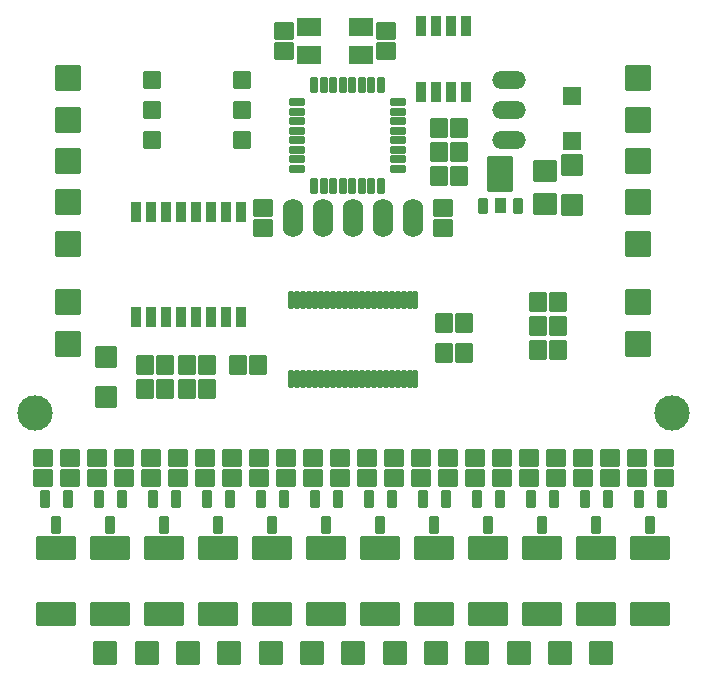
<source format=gbr>
%TF.GenerationSoftware,KiCad,Pcbnew,(6.0.10)*%
%TF.CreationDate,2023-01-23T12:48:01+01:00*%
%TF.ProjectId,BMS12v3,424d5331-3276-4332-9e6b-696361645f70,rev?*%
%TF.SameCoordinates,Original*%
%TF.FileFunction,Soldermask,Top*%
%TF.FilePolarity,Negative*%
%FSLAX46Y46*%
G04 Gerber Fmt 4.6, Leading zero omitted, Abs format (unit mm)*
G04 Created by KiCad (PCBNEW (6.0.10)) date 2023-01-23 12:48:01*
%MOMM*%
%LPD*%
G01*
G04 APERTURE LIST*
G04 Aperture macros list*
%AMRoundRect*
0 Rectangle with rounded corners*
0 $1 Rounding radius*
0 $2 $3 $4 $5 $6 $7 $8 $9 X,Y pos of 4 corners*
0 Add a 4 corners polygon primitive as box body*
4,1,4,$2,$3,$4,$5,$6,$7,$8,$9,$2,$3,0*
0 Add four circle primitives for the rounded corners*
1,1,$1+$1,$2,$3*
1,1,$1+$1,$4,$5*
1,1,$1+$1,$6,$7*
1,1,$1+$1,$8,$9*
0 Add four rect primitives between the rounded corners*
20,1,$1+$1,$2,$3,$4,$5,0*
20,1,$1+$1,$4,$5,$6,$7,0*
20,1,$1+$1,$6,$7,$8,$9,0*
20,1,$1+$1,$8,$9,$2,$3,0*%
G04 Aperture macros list end*
%ADD10RoundRect,0.101600X0.750000X-0.650000X0.750000X0.650000X-0.750000X0.650000X-0.750000X-0.650000X0*%
%ADD11RoundRect,0.101600X0.317500X-0.635000X0.317500X0.635000X-0.317500X0.635000X-0.317500X-0.635000X0*%
%ADD12RoundRect,0.101600X1.600000X-0.900000X1.600000X0.900000X-1.600000X0.900000X-1.600000X-0.900000X0*%
%ADD13RoundRect,0.101600X-0.650000X-0.750000X0.650000X-0.750000X0.650000X0.750000X-0.650000X0.750000X0*%
%ADD14O,1.727200X3.251200*%
%ADD15C,3.000000*%
%ADD16O,2.844800X1.524000*%
%ADD17RoundRect,0.101600X-0.350000X-0.550000X0.350000X-0.550000X0.350000X0.550000X-0.350000X0.550000X0*%
%ADD18RoundRect,0.101600X-1.000000X-1.400000X1.000000X-1.400000X1.000000X1.400000X-1.000000X1.400000X0*%
%ADD19RoundRect,0.101600X0.650000X0.750000X-0.650000X0.750000X-0.650000X-0.750000X0.650000X-0.750000X0*%
%ADD20RoundRect,0.101600X0.600000X0.200000X-0.600000X0.200000X-0.600000X-0.200000X0.600000X-0.200000X0*%
%ADD21RoundRect,0.101600X-0.200000X0.600000X-0.200000X-0.600000X0.200000X-0.600000X0.200000X0.600000X0*%
%ADD22RoundRect,0.101600X-0.355600X0.762000X-0.355600X-0.762000X0.355600X-0.762000X0.355600X0.762000X0*%
%ADD23RoundRect,0.101600X0.975000X-0.975000X0.975000X0.975000X-0.975000X0.975000X-0.975000X-0.975000X0*%
%ADD24RoundRect,0.101600X-0.654000X-0.654000X0.654000X-0.654000X0.654000X0.654000X-0.654000X0.654000X0*%
%ADD25RoundRect,0.101600X0.355600X-0.762000X0.355600X0.762000X-0.355600X0.762000X-0.355600X-0.762000X0*%
%ADD26RoundRect,0.101600X-0.800000X0.800000X-0.800000X-0.800000X0.800000X-0.800000X0.800000X0.800000X0*%
%ADD27RoundRect,0.101600X0.700000X-0.700000X0.700000X0.700000X-0.700000X0.700000X-0.700000X-0.700000X0*%
%ADD28RoundRect,0.101600X0.125000X-0.625000X0.125000X0.625000X-0.125000X0.625000X-0.125000X-0.625000X0*%
%ADD29RoundRect,0.101600X-0.125000X0.625000X-0.125000X-0.625000X0.125000X-0.625000X0.125000X0.625000X0*%
%ADD30RoundRect,0.101600X-0.950000X-0.700000X0.950000X-0.700000X0.950000X0.700000X-0.950000X0.700000X0*%
%ADD31RoundRect,0.101600X-0.750000X0.650000X-0.750000X-0.650000X0.750000X-0.650000X0.750000X0.650000X0*%
%ADD32RoundRect,0.101600X-0.975000X0.975000X-0.975000X-0.975000X0.975000X-0.975000X0.975000X0.975000X0*%
%ADD33RoundRect,0.101600X0.900000X-0.800000X0.900000X0.800000X-0.900000X0.800000X-0.900000X-0.800000X0*%
%ADD34RoundRect,0.101600X-0.900000X-0.900000X0.900000X-0.900000X0.900000X0.900000X-0.900000X0.900000X0*%
G04 APERTURE END LIST*
%TO.C,IC2*%
G36*
X161397100Y-94449600D02*
G01*
X160497100Y-94449600D01*
X160497100Y-93149600D01*
X161397100Y-93149600D01*
X161397100Y-94449600D01*
G37*
%TD*%
D10*
%TO.C,R5*%
X135928100Y-116902600D03*
X135928100Y-115202600D03*
%TD*%
D11*
%TO.C,U$11*%
X151787100Y-118635600D03*
X149787100Y-118635600D03*
X150787100Y-120835600D03*
%TD*%
D10*
%TO.C,R9*%
X145072100Y-116902600D03*
X145072100Y-115202600D03*
%TD*%
D12*
%TO.C,R35*%
X155359100Y-128377600D03*
X155359100Y-122777600D03*
%TD*%
D13*
%TO.C,R14*%
X155779100Y-87223600D03*
X157479100Y-87223600D03*
%TD*%
D14*
%TO.C,PROG1*%
X143421100Y-94843600D03*
X145961100Y-94843600D03*
X148501100Y-94843600D03*
X151041100Y-94843600D03*
X153581100Y-94843600D03*
%TD*%
D15*
%TO.C,@HOLE0*%
X121500900Y-111353600D03*
%TD*%
D16*
%TO.C,LD1*%
X161709100Y-88239600D03*
X161709100Y-83159600D03*
X161709100Y-85699600D03*
%TD*%
D17*
%TO.C,IC2*%
X162447100Y-93799600D03*
X159447100Y-93799600D03*
D18*
X160947100Y-91149600D03*
%TD*%
D10*
%TO.C,R4*%
X131356100Y-116902600D03*
X131356100Y-115202600D03*
%TD*%
D13*
%TO.C,C14*%
X156160100Y-103733600D03*
X157860100Y-103733600D03*
%TD*%
D19*
%TO.C,R41*%
X132587100Y-107289600D03*
X130887100Y-107289600D03*
%TD*%
D11*
%TO.C,U$13*%
X160931100Y-118635600D03*
X158931100Y-118635600D03*
X159931100Y-120835600D03*
%TD*%
D12*
%TO.C,R31*%
X137071100Y-128377600D03*
X137071100Y-122777600D03*
%TD*%
D10*
%TO.C,R24*%
X165646100Y-116902600D03*
X165646100Y-115202600D03*
%TD*%
D12*
%TO.C,R30*%
X132499100Y-128377600D03*
X132499100Y-122777600D03*
%TD*%
D11*
%TO.C,U$9*%
X142643100Y-118635600D03*
X140643100Y-118635600D03*
X141643100Y-120835600D03*
%TD*%
D19*
%TO.C,R40*%
X165861100Y-103987600D03*
X164161100Y-103987600D03*
%TD*%
D13*
%TO.C,R15*%
X134443100Y-107289600D03*
X136143100Y-107289600D03*
%TD*%
D11*
%TO.C,U$17*%
X174647100Y-118635600D03*
X172647100Y-118635600D03*
X173647100Y-120835600D03*
%TD*%
D10*
%TO.C,C5*%
X142659100Y-80707600D03*
X142659100Y-79007600D03*
%TD*%
%TO.C,R1*%
X126784100Y-116902600D03*
X126784100Y-115202600D03*
%TD*%
%TO.C,R8*%
X142786100Y-116902600D03*
X142786100Y-115202600D03*
%TD*%
D20*
%TO.C,U$3*%
X152293100Y-90658600D03*
X152293100Y-89858600D03*
X152293100Y-89058600D03*
X152293100Y-88258600D03*
X152293100Y-87458600D03*
X152293100Y-86658600D03*
X152293100Y-85858600D03*
X152293100Y-85058600D03*
D21*
X150793100Y-83558600D03*
X149993100Y-83558600D03*
X149193100Y-83558600D03*
X148393100Y-83558600D03*
X147593100Y-83558600D03*
X146793100Y-83558600D03*
X145993100Y-83558600D03*
X145193100Y-83558600D03*
D20*
X143693100Y-85058600D03*
X143693100Y-85858600D03*
X143693100Y-86658600D03*
X143693100Y-87458600D03*
X143693100Y-88258600D03*
X143693100Y-89058600D03*
X143693100Y-89858600D03*
X143693100Y-90658600D03*
D21*
X145193100Y-92158600D03*
X145993100Y-92158600D03*
X146793100Y-92158600D03*
X147593100Y-92158600D03*
X148393100Y-92158600D03*
X149193100Y-92158600D03*
X149993100Y-92158600D03*
X150793100Y-92158600D03*
%TD*%
D12*
%TO.C,R17*%
X123355100Y-128377600D03*
X123355100Y-122777600D03*
%TD*%
D19*
%TO.C,R29*%
X157479100Y-89255600D03*
X155779100Y-89255600D03*
%TD*%
D11*
%TO.C,U$5*%
X128927100Y-118635600D03*
X126927100Y-118635600D03*
X127927100Y-120835600D03*
%TD*%
D10*
%TO.C,R28*%
X174790100Y-116902600D03*
X174790100Y-115202600D03*
%TD*%
D22*
%TO.C,U$14*%
X138976100Y-94335600D03*
X137706100Y-94335600D03*
X136436100Y-94335600D03*
X135166100Y-94335600D03*
X133896100Y-94335600D03*
X132626100Y-94335600D03*
X131356100Y-94335600D03*
X130086100Y-94335600D03*
X130086100Y-103225600D03*
X131356100Y-103225600D03*
X132626100Y-103225600D03*
X133896100Y-103225600D03*
X135166100Y-103225600D03*
X136436100Y-103225600D03*
X137706100Y-103225600D03*
X138976100Y-103225600D03*
%TD*%
D12*
%TO.C,R36*%
X159931100Y-128377600D03*
X159931100Y-122777600D03*
%TD*%
D23*
%TO.C,U$2*%
X124371100Y-97017600D03*
X124371100Y-93517600D03*
X124371100Y-90017600D03*
X124371100Y-86517600D03*
X124371100Y-83017600D03*
%TD*%
D19*
%TO.C,C13*%
X136143100Y-109321600D03*
X134443100Y-109321600D03*
%TD*%
%TO.C,R52*%
X140461100Y-107289600D03*
X138761100Y-107289600D03*
%TD*%
D11*
%TO.C,U$12*%
X156359100Y-118635600D03*
X154359100Y-118635600D03*
X155359100Y-120835600D03*
%TD*%
%TO.C,U$10*%
X147215100Y-118635600D03*
X145215100Y-118635600D03*
X146215100Y-120835600D03*
%TD*%
%TO.C,U$16*%
X170075100Y-118635600D03*
X168075100Y-118635600D03*
X169075100Y-120835600D03*
%TD*%
D10*
%TO.C,R2*%
X129070100Y-116902600D03*
X129070100Y-115202600D03*
%TD*%
D12*
%TO.C,R33*%
X146215100Y-128377600D03*
X146215100Y-122777600D03*
%TD*%
D10*
%TO.C,R6*%
X138214100Y-116902600D03*
X138214100Y-115202600D03*
%TD*%
%TO.C,R26*%
X170218100Y-116902600D03*
X170218100Y-115202600D03*
%TD*%
%TO.C,R11*%
X149644100Y-116902600D03*
X149644100Y-115202600D03*
%TD*%
D24*
%TO.C,U$31*%
X131483100Y-83159600D03*
X139103100Y-88239600D03*
X131483100Y-88239600D03*
X139103100Y-83159600D03*
X131483100Y-85699600D03*
X139103100Y-85699600D03*
%TD*%
D10*
%TO.C,C1*%
X140881100Y-95693600D03*
X140881100Y-93993600D03*
%TD*%
D25*
%TO.C,SN65*%
X154216100Y-84175600D03*
X155486100Y-84175600D03*
X156756100Y-84175600D03*
X158026100Y-84175600D03*
X158026100Y-78587600D03*
X156756100Y-78587600D03*
X155486100Y-78587600D03*
X154216100Y-78587600D03*
%TD*%
D10*
%TO.C,R20*%
X133642100Y-116902600D03*
X133642100Y-115202600D03*
%TD*%
D15*
%TO.C,@HOLE1*%
X175501300Y-111353600D03*
%TD*%
D11*
%TO.C,U$7*%
X133499100Y-118635600D03*
X131499100Y-118635600D03*
X132499100Y-120835600D03*
%TD*%
D10*
%TO.C,R23*%
X163360100Y-116902600D03*
X163360100Y-115202600D03*
%TD*%
D12*
%TO.C,R37*%
X164503100Y-128377600D03*
X164503100Y-122777600D03*
%TD*%
D11*
%TO.C,U$4*%
X124355100Y-118635600D03*
X122355100Y-118635600D03*
X123355100Y-120835600D03*
%TD*%
D12*
%TO.C,R32*%
X141643100Y-128377600D03*
X141643100Y-122777600D03*
%TD*%
D13*
%TO.C,C18*%
X156160100Y-106273600D03*
X157860100Y-106273600D03*
%TD*%
D26*
%TO.C,U$28*%
X167043100Y-90349600D03*
X167043100Y-93749600D03*
%TD*%
D19*
%TO.C,C3*%
X132587100Y-109321600D03*
X130887100Y-109321600D03*
%TD*%
D27*
%TO.C,D1*%
X167043100Y-84561600D03*
X167043100Y-88361600D03*
%TD*%
D23*
%TO.C,U$21*%
X124371100Y-105483600D03*
X124371100Y-101983600D03*
%TD*%
D11*
%TO.C,U$15*%
X165503100Y-118635600D03*
X163503100Y-118635600D03*
X164503100Y-120835600D03*
%TD*%
D10*
%TO.C,R27*%
X172504100Y-116902600D03*
X172504100Y-115202600D03*
%TD*%
%TO.C,R12*%
X151930100Y-116902600D03*
X151930100Y-115202600D03*
%TD*%
%TO.C,R16*%
X122212100Y-116902600D03*
X122212100Y-115202600D03*
%TD*%
D28*
%TO.C,U$1*%
X143251100Y-108505600D03*
X143751100Y-108505600D03*
X144251100Y-108505600D03*
X144751100Y-108505600D03*
X145251100Y-108505600D03*
X145751100Y-108505600D03*
X146251100Y-108505600D03*
X146751100Y-108505600D03*
X147251100Y-108505600D03*
X147751100Y-108505600D03*
X148251100Y-108505600D03*
X148751100Y-108505600D03*
X149251100Y-108505600D03*
X149751100Y-108505600D03*
X150251100Y-108505600D03*
X150751100Y-108505600D03*
X151251100Y-108505600D03*
X151751100Y-108505600D03*
X152251100Y-108505600D03*
X152751100Y-108505600D03*
X153251100Y-108505600D03*
X153751100Y-108505600D03*
D29*
X153751100Y-101755600D03*
X153251100Y-101755600D03*
X152751100Y-101755600D03*
X152251100Y-101755600D03*
X151751100Y-101755600D03*
X151251100Y-101755600D03*
X150751100Y-101755600D03*
X150251100Y-101755600D03*
X149751100Y-101755600D03*
X149251100Y-101755600D03*
X148751100Y-101755600D03*
X148251100Y-101755600D03*
X147751100Y-101755600D03*
X147251100Y-101755600D03*
X146751100Y-101755600D03*
X146251100Y-101755600D03*
X145751100Y-101755600D03*
X145251100Y-101755600D03*
X144751100Y-101755600D03*
X144251100Y-101755600D03*
X143751100Y-101755600D03*
X143251100Y-101755600D03*
%TD*%
D12*
%TO.C,R39*%
X173647100Y-128377600D03*
X173647100Y-122777600D03*
%TD*%
D30*
%TO.C,Q1*%
X144777100Y-81057600D03*
X149177100Y-81057600D03*
X149177100Y-78657600D03*
X144777100Y-78657600D03*
%TD*%
D31*
%TO.C,C4*%
X151295100Y-79007600D03*
X151295100Y-80707600D03*
%TD*%
D32*
%TO.C,U$20*%
X172631100Y-101983600D03*
X172631100Y-105483600D03*
%TD*%
D10*
%TO.C,R7*%
X140500100Y-116902600D03*
X140500100Y-115202600D03*
%TD*%
D13*
%TO.C,C16*%
X155779100Y-91287600D03*
X157479100Y-91287600D03*
%TD*%
D10*
%TO.C,R25*%
X167932100Y-116902600D03*
X167932100Y-115202600D03*
%TD*%
D11*
%TO.C,U$8*%
X138071100Y-118635600D03*
X136071100Y-118635600D03*
X137071100Y-120835600D03*
%TD*%
D12*
%TO.C,R3*%
X127927100Y-128377600D03*
X127927100Y-122777600D03*
%TD*%
D19*
%TO.C,R55*%
X165861100Y-106019600D03*
X164161100Y-106019600D03*
%TD*%
D10*
%TO.C,R13*%
X124498100Y-116902600D03*
X124498100Y-115202600D03*
%TD*%
D12*
%TO.C,R34*%
X150787100Y-128377600D03*
X150787100Y-122777600D03*
%TD*%
%TO.C,R38*%
X169075100Y-128377600D03*
X169075100Y-122777600D03*
%TD*%
D10*
%TO.C,R19*%
X156502100Y-116902600D03*
X156502100Y-115202600D03*
%TD*%
%TO.C,R21*%
X158788100Y-116902600D03*
X158788100Y-115202600D03*
%TD*%
%TO.C,R18*%
X154216100Y-116902600D03*
X154216100Y-115202600D03*
%TD*%
D33*
%TO.C,C6*%
X164757100Y-93703600D03*
X164757100Y-90903600D03*
%TD*%
D26*
%TO.C,U$6*%
X127546100Y-106605600D03*
X127546100Y-110005600D03*
%TD*%
D10*
%TO.C,R22*%
X161074100Y-116902600D03*
X161074100Y-115202600D03*
%TD*%
%TO.C,R10*%
X147358100Y-116902600D03*
X147358100Y-115202600D03*
%TD*%
D32*
%TO.C,U$19*%
X172631100Y-83017600D03*
X172631100Y-86517600D03*
X172631100Y-90017600D03*
X172631100Y-93517600D03*
X172631100Y-97017600D03*
%TD*%
D19*
%TO.C,C19*%
X165861100Y-101955600D03*
X164161100Y-101955600D03*
%TD*%
D34*
%TO.C,U$18*%
X127501100Y-131673600D03*
X131001100Y-131673600D03*
X134501100Y-131673600D03*
X138001100Y-131673600D03*
X141501100Y-131673600D03*
X145001100Y-131673600D03*
X148501100Y-131673600D03*
X152001100Y-131673600D03*
X155501100Y-131673600D03*
X159001100Y-131673600D03*
X162501100Y-131673600D03*
X166001100Y-131673600D03*
X169501100Y-131673600D03*
%TD*%
D10*
%TO.C,C2*%
X156121100Y-95693600D03*
X156121100Y-93993600D03*
%TD*%
M02*

</source>
